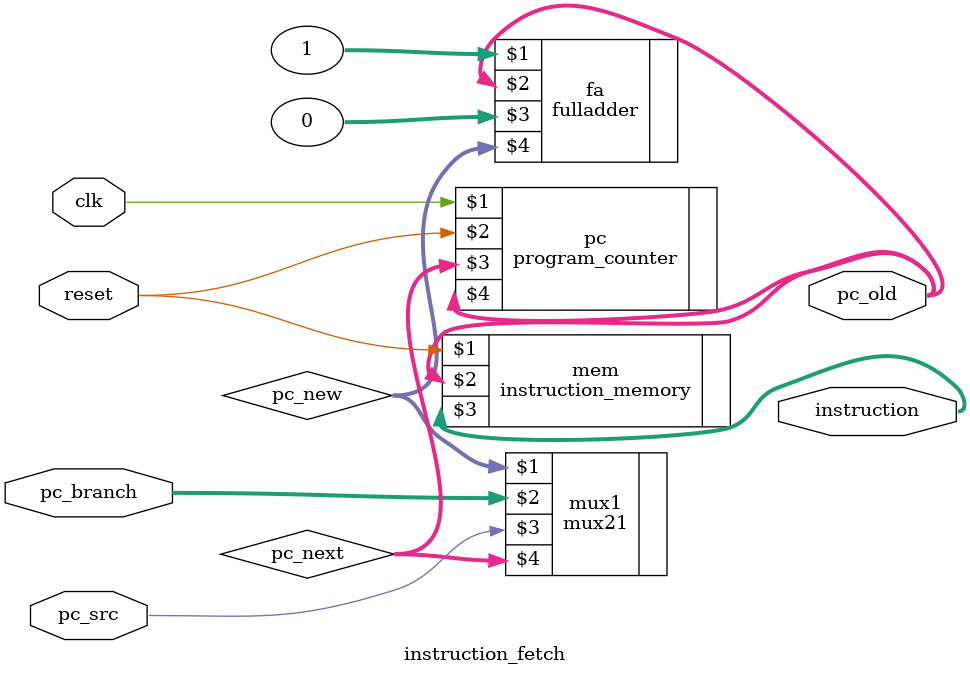
<source format=sv>
module instruction_fetch #(parameter N=32) (clk, reset, pc_branch, pc_old, pc_src, instruction);
    input logic clk, reset, pc_src;
    input logic[N-1:0] pc_branch;
    output logic[N-1:0] instruction;
    wire[N-1:0] pc_next, pc_new;
    output logic[N-1:0] pc_old;
    
    instruction_memory mem(reset, pc_old, instruction);  
    fulladder fa(1, pc_old, 0, pc_new, );
    mux21 mux1(pc_new, pc_branch, pc_src, pc_next);
    program_counter pc(clk, reset, pc_next, pc_old);

endmodule

</source>
